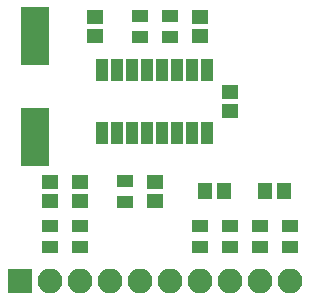
<source format=gts>
G04 #@! TF.GenerationSoftware,KiCad,Pcbnew,(2018-02-15 revision 29b28de31)-makepkg*
G04 #@! TF.CreationDate,2018-12-22T18:26:04+03:00*
G04 #@! TF.ProjectId,CS5490_Breakout,4353353439305F427265616B6F75742E,rev?*
G04 #@! TF.SameCoordinates,Original*
G04 #@! TF.FileFunction,Soldermask,Top*
G04 #@! TF.FilePolarity,Negative*
%FSLAX46Y46*%
G04 Gerber Fmt 4.6, Leading zero omitted, Abs format (unit mm)*
G04 Created by KiCad (PCBNEW (2018-02-15 revision 29b28de31)-makepkg) date 12/22/18 18:26:04*
%MOMM*%
%LPD*%
G01*
G04 APERTURE LIST*
%ADD10R,1.400000X1.070000*%
%ADD11R,1.220000X1.400000*%
%ADD12R,1.400000X1.220000*%
%ADD13R,2.400000X4.900000*%
%ADD14R,2.100000X2.100000*%
%ADD15O,2.100000X2.100000*%
%ADD16R,1.000000X1.900000*%
G04 APERTURE END LIST*
D10*
X152400000Y-100725000D03*
X152400000Y-102475000D03*
D11*
X157010000Y-115570000D03*
X155410000Y-115570000D03*
X160490000Y-115570000D03*
X162090000Y-115570000D03*
D12*
X142240000Y-114770000D03*
X142240000Y-116370000D03*
X144780000Y-114770000D03*
X144780000Y-116370000D03*
X151130000Y-114770000D03*
X151130000Y-116370000D03*
X154940000Y-102400000D03*
X154940000Y-100800000D03*
X146050000Y-100800000D03*
X146050000Y-102400000D03*
X157480000Y-107150000D03*
X157480000Y-108750000D03*
D10*
X148590000Y-116445000D03*
X148590000Y-114695000D03*
X149860000Y-100725000D03*
X149860000Y-102475000D03*
X157480000Y-120255000D03*
X157480000Y-118505000D03*
X160020000Y-120255000D03*
X160020000Y-118505000D03*
X162560000Y-120255000D03*
X162560000Y-118505000D03*
X154940000Y-118505000D03*
X154940000Y-120255000D03*
X144780000Y-120255000D03*
X144780000Y-118505000D03*
X142240000Y-118505000D03*
X142240000Y-120255000D03*
D13*
X140970000Y-102430000D03*
X140970000Y-110930000D03*
D14*
X139700000Y-123190000D03*
D15*
X142240000Y-123190000D03*
X144780000Y-123190000D03*
X147320000Y-123190000D03*
X149860000Y-123190000D03*
X152400000Y-123190000D03*
X154940000Y-123190000D03*
X157480000Y-123190000D03*
X160020000Y-123190000D03*
X162560000Y-123190000D03*
D16*
X146685000Y-110650000D03*
X147955000Y-110650000D03*
X149225000Y-110650000D03*
X150495000Y-110650000D03*
X151765000Y-110650000D03*
X153035000Y-110650000D03*
X154305000Y-110650000D03*
X155575000Y-110650000D03*
X155575000Y-105250000D03*
X154305000Y-105250000D03*
X153035000Y-105250000D03*
X151765000Y-105250000D03*
X150495000Y-105250000D03*
X149225000Y-105250000D03*
X147955000Y-105250000D03*
X146685000Y-105250000D03*
M02*

</source>
